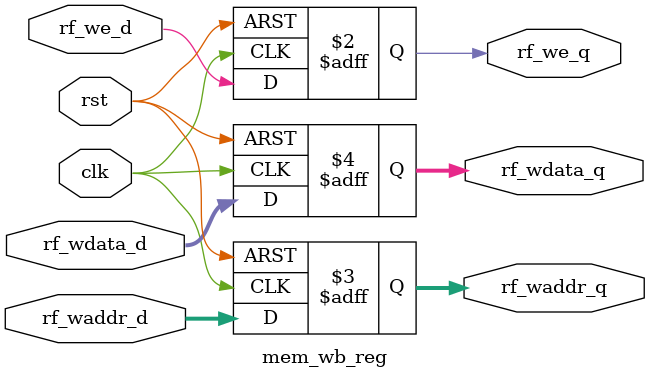
<source format=v>
`timescale 1ns / 1ps

module mem_wb_reg (
    input wire clk,
    input wire rst,
    
    input wire rf_we_d,
    input wire [4:0] rf_waddr_d,
    input wire [31:0] rf_wdata_d,

    output reg rf_we_q,
    output reg [4:0] rf_waddr_q,
    output reg [31:0] rf_wdata_q
);

    always @ (posedge clk or posedge rst) begin
        if (rst) begin
            rf_we_q <= 1'b0;
            rf_waddr_q <= 5'b0;
            rf_wdata_q <= 32'b0;
        end else begin
            rf_we_q <= rf_we_d;
            rf_waddr_q <= rf_waddr_d;
            rf_wdata_q <= rf_wdata_d;
        end
    end

endmodule
</source>
